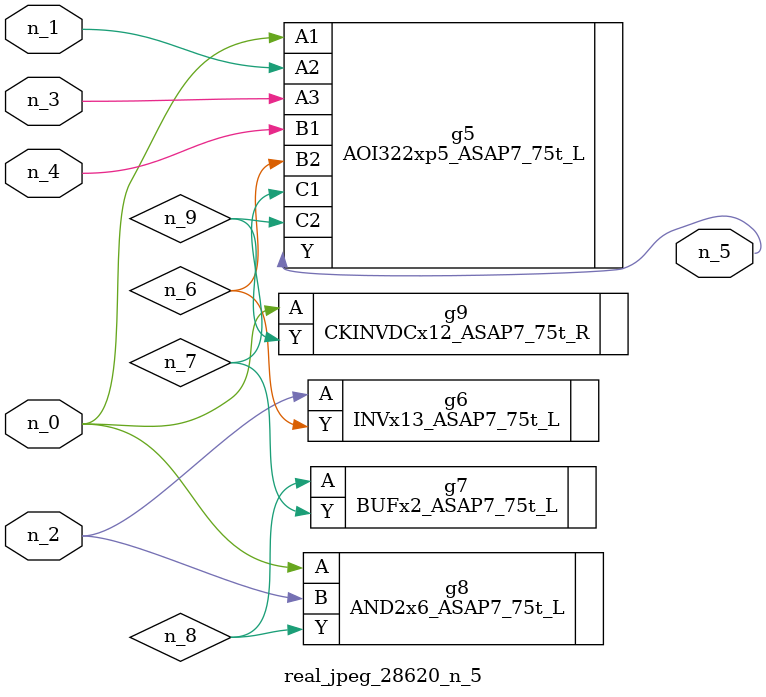
<source format=v>
module real_jpeg_28620_n_5 (n_4, n_0, n_1, n_2, n_3, n_5);

input n_4;
input n_0;
input n_1;
input n_2;
input n_3;

output n_5;

wire n_8;
wire n_6;
wire n_7;
wire n_9;

AOI322xp5_ASAP7_75t_L g5 ( 
.A1(n_0),
.A2(n_1),
.A3(n_3),
.B1(n_4),
.B2(n_6),
.C1(n_7),
.C2(n_9),
.Y(n_5)
);

AND2x6_ASAP7_75t_L g8 ( 
.A(n_0),
.B(n_2),
.Y(n_8)
);

CKINVDCx12_ASAP7_75t_R g9 ( 
.A(n_0),
.Y(n_9)
);

INVx13_ASAP7_75t_L g6 ( 
.A(n_2),
.Y(n_6)
);

BUFx2_ASAP7_75t_L g7 ( 
.A(n_8),
.Y(n_7)
);


endmodule
</source>
